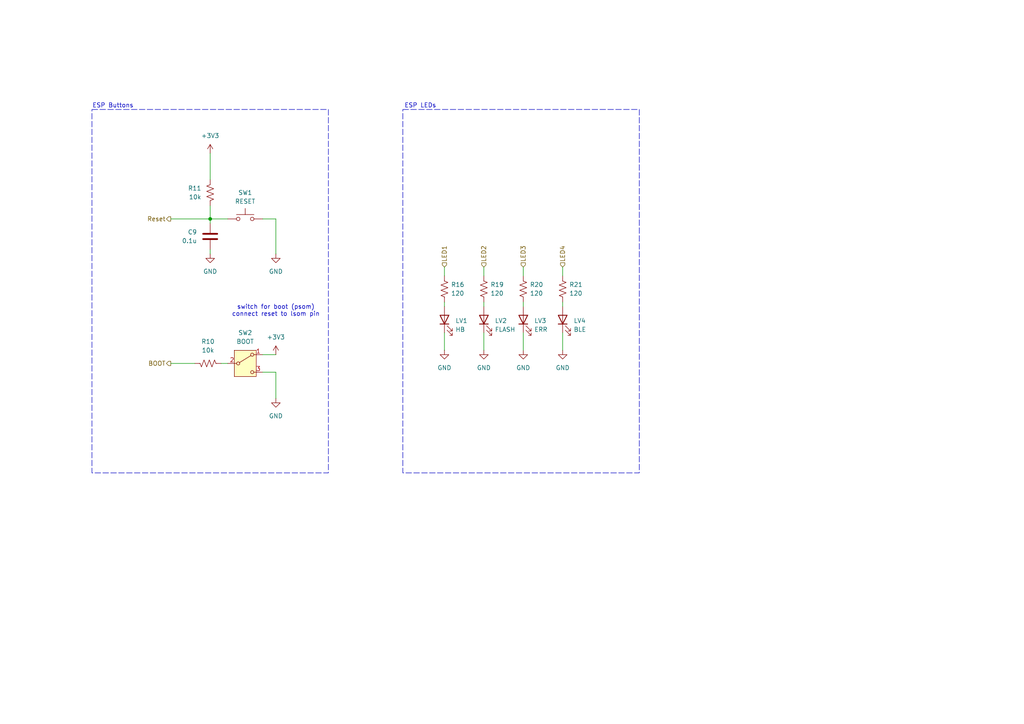
<source format=kicad_sch>
(kicad_sch (version 20250114) (generator "eeschema") (generator_version "9.0")
  (paper "A4")
  (lib_symbols
    (symbol "Device:C" (pin_numbers (hide yes)) (pin_names (offset 0.254))
      (property "Reference" "C" (at 0.635 2.54 0))
      (property "Value" "C" (at 0.635 -2.54 0))
      (symbol "C_0_1"
        (polyline (pts (xy -2.032 0.762) (xy 2.032 0.762)) (stroke (width 0.508)))
        (polyline (pts (xy -2.032 -0.762) (xy 2.032 -0.762)) (stroke (width 0.508)))
      )
      (symbol "C_1_1"
        (pin passive line (at 0 3.81 270) (length 2.794) (name "~") (number "1"))
        (pin passive line (at 0 -3.81 90) (length 2.794) (name "~") (number "2"))
      )
    )
    (symbol "Device:LED" (pin_numbers (hide yes)) (pin_names (offset 1.016) (hide yes))
      (property "Reference" "D" (at 0 2.54 0))
      (property "Value" "LED" (at 0 -2.54 0))
      (symbol "LED_0_1"
        (polyline (pts (xy -3.048 -0.762) (xy -4.572 -2.286) (xy -3.81 -2.286) (xy -4.572 -2.286) (xy -4.572 -1.524)))
        (polyline (pts (xy -1.778 -0.762) (xy -3.302 -2.286) (xy -2.54 -2.286) (xy -3.302 -2.286) (xy -3.302 -1.524)))
        (polyline (pts (xy -1.27 0) (xy 1.27 0)))
        (polyline (pts (xy -1.27 -1.27) (xy -1.27 1.27)) (stroke (width 0.254)))
        (polyline (pts (xy 1.27 -1.27) (xy 1.27 1.27) (xy -1.27 0) (xy 1.27 -1.27)) (stroke (width 0.254)))
      )
      (symbol "LED_1_1"
        (pin passive line (at -3.81 0 0) (length 2.54) (name "K") (number "1"))
        (pin passive line (at 3.81 0 180) (length 2.54) (name "A") (number "2"))
      )
    )
    (symbol "Device:R_US" (pin_numbers (hide yes)) (pin_names (offset 0))
      (property "Reference" "R" (at 2.54 0 90))
      (property "Value" "R_US" (at -2.54 0 90))
      (symbol "R_US_0_1"
        (polyline (pts (xy 0 2.286) (xy 0 2.54)))
        (polyline (pts (xy 0 2.286) (xy 1.016 1.905) (xy 0 1.524) (xy -1.016 1.143) (xy 0 0.762)))
        (polyline (pts (xy 0 0.762) (xy 1.016 0.381) (xy 0 0) (xy -1.016 -0.381) (xy 0 -0.762)))
        (polyline (pts (xy 0 -0.762) (xy 1.016 -1.143) (xy 0 -1.524) (xy -1.016 -1.905) (xy 0 -2.286)))
        (polyline (pts (xy 0 -2.286) (xy 0 -2.54)))
      )
      (symbol "R_US_1_1"
        (pin passive line (at 0 3.81 270) (length 1.27) (name "~") (number "1"))
        (pin passive line (at 0 -3.81 90) (length 1.27) (name "~") (number "2"))
      )
    )
    (symbol "Switch:SW_MEC_5G" (pin_numbers (hide yes)) (pin_names (offset 1.016) (hide yes))
      (property "Reference" "SW" (at 1.27 2.54 0))
      (property "Value" "SW_MEC_5G" (at 0 -1.524 0))
      (symbol "SW_MEC_5G_0_1"
        (circle (center -2.032 0) (radius 0.508))
        (polyline (pts (xy 0 1.27) (xy 0 3.048)))
        (circle (center 2.032 0) (radius 0.508))
        (polyline (pts (xy 2.54 1.27) (xy -2.54 1.27)))
        (pin passive line (at -5.08 0 0) (length 2.54) (name "A") (number "1"))
        (pin passive line (at 5.08 0 180) (length 2.54) (name "B") (number "3"))
      )
      (symbol "SW_MEC_5G_1_1"
        (pin passive line (at -5.08 0 0) (length 2.54) (hide yes) (name "A") (number "2"))
        (pin passive line (at 5.08 0 180) (length 2.54) (hide yes) (name "B") (number "4"))
      )
    )
    (symbol "Switch:SW_SPDT" (pin_names (offset 0) (hide yes))
      (property "Reference" "SW" (at 0 5.08 0))
      (property "Value" "SW_SPDT" (at 0 -5.08 0))
      (symbol "SW_SPDT_0_1"
        (circle (center -2.032 0) (radius 0.4572))
        (polyline (pts (xy -1.651 0.254) (xy 1.651 2.286)))
        (circle (center 2.032 2.54) (radius 0.4572))
        (circle (center 2.032 -2.54) (radius 0.4572))
      )
      (symbol "SW_SPDT_1_1"
        (rectangle (start -3.175 3.81) (end 3.175 -3.81) (fill (type background)))
        (pin passive line (at -5.08 0 0) (length 2.54) (name "B") (number "2"))
        (pin passive line (at 5.08 2.54 180) (length 2.54) (name "A") (number "1"))
        (pin passive line (at 5.08 -2.54 180) (length 2.54) (name "C") (number "3"))
      )
    )
    (symbol "power:+3V3" (power) (pin_numbers (hide yes)) (pin_names (offset 0) (hide yes))
      (property "Value" "+3V3" (at 0 3.556 0))
      (symbol "+3V3_0_1"
        (polyline (pts (xy -0.762 1.27) (xy 0 2.54)))
        (polyline (pts (xy 0 2.54) (xy 0.762 1.27)))
        (polyline (pts (xy 0 0) (xy 0 2.54)))
      )
      (symbol "+3V3_1_1"
        (pin power_in line (at 0 0 90) (length 0) (name "~") (number "1"))
      )
    )
    (symbol "power:GND" (power) (pin_numbers (hide yes)) (pin_names (offset 0) (hide yes))
      (property "Value" "GND" (at 0 -3.81 0))
      (symbol "GND_0_1"
        (polyline (pts (xy 0 0) (xy 0 -1.27) (xy 1.27 -1.27) (xy 0 -2.54) (xy -1.27 -1.27) (xy 0 -1.27)))
      )
      (symbol "GND_1_1"
        (pin power_in line (at 0 0 270) (length 0) (name "~") (number "1"))
      )
    )
  )
  (rectangle (start 26.67 31.75) (end 95.25 137.16) (stroke (width 0) (type dash)))
  (rectangle (start 116.84 31.75) (end 185.42 137.16) (stroke (width 0) (type dash)))
  (text "switch for boot (psom)\nconnect reset to lsom pin" (at 80.01 90.17 0) (effects (font (size 1.27 1.27))))
  (text "ESP Buttons" (at 32.766 30.734 0) (effects (font (size 1.27 1.27))))
  (text "ESP LEDs" (at 121.92 30.734 0) (effects (font (size 1.27 1.27))))
  (junction (at 60.96 63.5))
  (wire (pts (xy 163.195 96.52) (xy 163.195 101.6)))
  (wire (pts (xy 151.765 96.52) (xy 151.765 101.6)))
  (wire (pts (xy 49.53 63.5) (xy 60.96 63.5)))
  (wire (pts (xy 60.96 63.5) (xy 60.96 64.77)))
  (wire (pts (xy 128.905 96.52) (xy 128.905 101.6)))
  (wire (pts (xy 60.96 59.69) (xy 60.96 63.5)))
  (wire (pts (xy 163.195 77.47) (xy 163.195 80.01)))
  (wire (pts (xy 60.96 72.39) (xy 60.96 73.66)))
  (wire (pts (xy 151.765 87.63) (xy 151.765 88.9)))
  (wire (pts (xy 140.335 87.63) (xy 140.335 88.9)))
  (wire (pts (xy 163.195 87.63) (xy 163.195 88.9)))
  (wire (pts (xy 80.01 63.5) (xy 80.01 73.66)))
  (wire (pts (xy 76.2 63.5) (xy 80.01 63.5)))
  (wire (pts (xy 80.01 107.95) (xy 80.01 115.57)))
  (wire (pts (xy 76.2 107.95) (xy 80.01 107.95)))
  (wire (pts (xy 128.905 77.47) (xy 128.905 80.01)))
  (wire (pts (xy 140.335 77.47) (xy 140.335 80.01)))
  (wire (pts (xy 66.04 63.5) (xy 60.96 63.5)))
  (wire (pts (xy 64.135 105.41) (xy 66.04 105.41)))
  (wire (pts (xy 49.53 105.41) (xy 56.515 105.41)))
  (wire (pts (xy 76.2 102.87) (xy 80.01 102.87)))
  (wire (pts (xy 151.765 77.47) (xy 151.765 80.01)))
  (wire (pts (xy 60.96 44.45) (xy 60.96 52.07)))
  (wire (pts (xy 140.335 96.52) (xy 140.335 101.6)))
  (wire (pts (xy 128.905 87.63) (xy 128.905 88.9)))
  (hierarchical_label "LED4" (shape input) (at 163.195 77.47 90))
  (hierarchical_label "BOOT" (shape output) (at 49.53 105.41 180))
  (hierarchical_label "Reset" (shape output) (at 49.53 63.5 180))
  (hierarchical_label "LED3" (shape input) (at 151.765 77.47 90))
  (hierarchical_label "LED1" (shape input) (at 128.905 77.47 90))
  (hierarchical_label "LED2" (shape input) (at 140.335 77.47 90))
  (symbol (lib_id "Switch:SW_SPDT") (at 71.12 105.41 0) (unit 1)
    (property "Reference" "SW2" (at 71.12 96.52 0))
    (property "Value" "BOOT" (at 71.12 99.06 0))
    (property "Footprint" "UTSVT_Special:SW_CJS-1200TA" (effects (hide yes)))
    (property "Description" "Switch, single pole double throw" (effects (hide yes)))
    (property "P/N" "CJS-1200TA" (effects (hide yes)))
    (property "Mouser Part Number" "229-CJS-1200TA" (effects (hide yes)))
  )
  (symbol (lib_id "power:GND") (at 151.765 101.6 0) (unit 1)
    (property "Reference" "#PWR047" (effects (hide yes)))
    (property "Value" "GND" (at 151.765 106.68 0))
    (property "Description" "Power symbol creates a global label with name \"GND\" , ground" (effects (hide yes)))
  )
  (symbol (lib_id "Device:LED") (at 128.905 92.71 90) (unit 1)
    (property "Reference" "LV1" (at 132.08 93.0274 90) (effects (justify right)))
    (property "Value" "HB" (at 132.08 95.5674 90) (effects (justify right)))
    (property "Footprint" "LED_SMD:LED_0603_1608Metric_Pad1.05x0.95mm_HandSolder" (effects (hide yes)))
    (property "Datasheet" "https://www.lcsc.com/datasheet/C7371904.pdf" (effects (hide yes)))
    (property "Description" "Light emitting diode" (effects (hide yes)))
    (property "Sim.Pins" "1=K 2=A" (effects (hide yes)))
    (property "P/N" "XL-1608UBC-06A" (effects (hide yes)))
  )
  (symbol (lib_id "Device:R_US") (at 128.905 83.82 0) (unit 1)
    (property "Reference" "R16" (at 130.81 82.5499 0) (effects (justify left)))
    (property "Value" "120" (at 130.81 85.0899 0) (effects (justify left)))
    (property "Footprint" "Resistor_SMD:R_0603_1608Metric_Pad0.98x0.95mm_HandSolder" (effects (hide yes)))
    (property "Description" "Resistor, US symbol" (effects (hide yes)))
    (property "P/N" "CRCW0603120RFKEC" (effects (hide yes)))
    (property "Mouser Part Number" " 71-CRCW0603120RFKEC" (effects (hide yes)))
  )
  (symbol (lib_id "power:+3V3") (at 60.96 44.45 0) (unit 1)
    (property "Reference" "#PWR039" (effects (hide yes)))
    (property "Value" "+3V3" (at 60.96 39.37 0))
    (property "Description" "Power symbol creates a global label with name \"+3V3\"" (effects (hide yes)))
  )
  (symbol (lib_id "power:GND") (at 163.195 101.6 0) (unit 1)
    (property "Reference" "#PWR048" (effects (hide yes)))
    (property "Value" "GND" (at 163.195 106.68 0))
    (property "Description" "Power symbol creates a global label with name \"GND\" , ground" (effects (hide yes)))
  )
  (symbol (lib_id "Device:C") (at 60.96 68.58 0) (mirror y) (unit 1)
    (property "Reference" "C9" (at 57.15 67.3099 0) (effects (justify left)))
    (property "Value" "0.1u" (at 57.15 69.8499 0) (effects (justify left)))
    (property "Footprint" "Capacitor_SMD:C_0603_1608Metric_Pad1.08x0.95mm_HandSolder" (effects (hide yes)))
    (property "Description" "Unpolarized capacitor" (effects (hide yes)))
    (property "P/N" "HMK107B7104KA-T" (effects (hide yes)))
    (property "Mouser Part Number" "963-HMK107B7104KA-T" (effects (hide yes)))
  )
  (symbol (lib_id "power:GND") (at 60.96 73.66 0) (mirror y) (unit 1)
    (property "Reference" "#PWR040" (effects (hide yes)))
    (property "Value" "GND" (at 60.96 78.74 0))
    (property "Description" "Power symbol creates a global label with name \"GND\" , ground" (effects (hide yes)))
  )
  (symbol (lib_id "Device:R_US") (at 60.96 55.88 0) (mirror y) (unit 1)
    (property "Reference" "R11" (at 58.42 54.6099 0) (effects (justify left)))
    (property "Value" "10k" (at 58.42 57.1499 0) (effects (justify left)))
    (property "Footprint" "Resistor_SMD:R_0603_1608Metric_Pad0.98x0.95mm_HandSolder" (effects (hide yes)))
    (property "Description" "Resistor, US symbol" (effects (hide yes)))
    (property "P/N" "CRCW060310K0FKEI" (effects (hide yes)))
    (property "Mouser Part Number" "71-CRCW060310K0FKEI" (effects (hide yes)))
  )
  (symbol (lib_id "power:+3V3") (at 80.01 102.87 0) (unit 1)
    (property "Reference" "#PWR042" (effects (hide yes)))
    (property "Value" "+3V3" (at 80.01 97.79 0))
    (property "Description" "Power symbol creates a global label with name \"+3V3\"" (effects (hide yes)))
  )
  (symbol (lib_id "Device:R_US") (at 140.335 83.82 0) (unit 1)
    (property "Reference" "R19" (at 142.24 82.5499 0) (effects (justify left)))
    (property "Value" "120" (at 142.24 85.0899 0) (effects (justify left)))
    (property "Footprint" "Resistor_SMD:R_0603_1608Metric_Pad0.98x0.95mm_HandSolder" (effects (hide yes)))
    (property "Description" "Resistor, US symbol" (effects (hide yes)))
    (property "P/N" "CRCW0603120RFKEC" (effects (hide yes)))
    (property "Mouser Part Number" " 71-CRCW0603120RFKEC" (effects (hide yes)))
  )
  (symbol (lib_id "Device:LED") (at 140.335 92.71 90) (unit 1)
    (property "Reference" "LV2" (at 143.51 93.0274 90) (effects (justify right)))
    (property "Value" "FLASH" (at 143.51 95.5674 90) (effects (justify right)))
    (property "Footprint" "LED_SMD:LED_0603_1608Metric_Pad1.05x0.95mm_HandSolder" (effects (hide yes)))
    (property "Datasheet" "https://www.lcsc.com/datasheet/C7371904.pdf" (effects (hide yes)))
    (property "Description" "Light emitting diode" (effects (hide yes)))
    (property "Sim.Pins" "1=K 2=A" (effects (hide yes)))
    (property "P/N" "XL-1608UBC-06A" (effects (hide yes)))
  )
  (symbol (lib_id "power:GND") (at 80.01 73.66 0) (mirror y) (unit 1)
    (property "Reference" "#PWR041" (effects (hide yes)))
    (property "Value" "GND" (at 80.01 78.74 0))
    (property "Description" "Power symbol creates a global label with name \"GND\" , ground" (effects (hide yes)))
  )
  (symbol (lib_id "Device:R_US") (at 151.765 83.82 0) (unit 1)
    (property "Reference" "R20" (at 153.67 82.5499 0) (effects (justify left)))
    (property "Value" "120" (at 153.67 85.0899 0) (effects (justify left)))
    (property "Footprint" "Resistor_SMD:R_0603_1608Metric_Pad0.98x0.95mm_HandSolder" (effects (hide yes)))
    (property "Description" "Resistor, US symbol" (effects (hide yes)))
    (property "P/N" "CRCW0603120RFKEC" (effects (hide yes)))
    (property "Mouser Part Number" " 71-CRCW0603120RFKEC" (effects (hide yes)))
  )
  (symbol (lib_id "power:GND") (at 128.905 101.6 0) (unit 1)
    (property "Reference" "#PWR045" (effects (hide yes)))
    (property "Value" "GND" (at 128.905 106.68 0))
    (property "Description" "Power symbol creates a global label with name \"GND\" , ground" (effects (hide yes)))
  )
  (symbol (lib_id "Device:R_US") (at 163.195 83.82 0) (unit 1)
    (property "Reference" "R21" (at 165.1 82.5499 0) (effects (justify left)))
    (property "Value" "120" (at 165.1 85.0899 0) (effects (justify left)))
    (property "Footprint" "Resistor_SMD:R_0603_1608Metric_Pad0.98x0.95mm_HandSolder" (effects (hide yes)))
    (property "Description" "Resistor, US symbol" (effects (hide yes)))
    (property "P/N" "CRCW0603120RFKEC" (effects (hide yes)))
    (property "Mouser Part Number" " 71-CRCW0603120RFKEC" (effects (hide yes)))
  )
  (symbol (lib_id "Switch:SW_MEC_5G") (at 71.12 63.5 0) (mirror y) (unit 1)
    (property "Reference" "SW1" (at 71.12 55.88 0))
    (property "Value" "RESET" (at 71.12 58.42 0))
    (property "Footprint" "Boot Switch:TL3365AF180QG" (effects (hide yes)))
    (property "Datasheet" "https://configured-product-images.s3.amazonaws.com/Datasheets/TL3365.pdf" (effects (hide yes)))
    (property "Description" "TL3365 Series Tact Switch" (effects (hide yes)))
    (property "P/N" "TL3365AF180QG" (effects (hide yes)))
    (property "Mouser Part Number" "667-EVQ-7Q203W" (effects (hide yes)))
  )
  (symbol (lib_id "Device:LED") (at 163.195 92.71 90) (unit 1)
    (property "Reference" "LV4" (at 166.37 93.0274 90) (effects (justify right)))
    (property "Value" "BLE" (at 166.37 95.5674 90) (effects (justify right)))
    (property "Footprint" "LED_SMD:LED_0603_1608Metric_Pad1.05x0.95mm_HandSolder" (effects (hide yes)))
    (property "Datasheet" "https://www.lcsc.com/datasheet/C7371904.pdf" (effects (hide yes)))
    (property "Description" "Light emitting diode" (effects (hide yes)))
    (property "Sim.Pins" "1=K 2=A" (effects (hide yes)))
    (property "P/N" "XL-1608UBC-06A" (effects (hide yes)))
  )
  (symbol (lib_id "power:GND") (at 80.01 115.57 0) (mirror y) (unit 1)
    (property "Reference" "#PWR043" (effects (hide yes)))
    (property "Value" "GND" (at 80.01 120.65 0))
    (property "Description" "Power symbol creates a global label with name \"GND\" , ground" (effects (hide yes)))
  )
  (symbol (lib_id "Device:LED") (at 151.765 92.71 90) (unit 1)
    (property "Reference" "LV3" (at 154.94 93.0274 90) (effects (justify right)))
    (property "Value" "ERR" (at 154.94 95.5674 90) (effects (justify right)))
    (property "Footprint" "LED_SMD:LED_0603_1608Metric_Pad1.05x0.95mm_HandSolder" (effects (hide yes)))
    (property "Datasheet" "https://www.lcsc.com/datasheet/C7371904.pdf" (effects (hide yes)))
    (property "Description" "Light emitting diode" (effects (hide yes)))
    (property "Sim.Pins" "1=K 2=A" (effects (hide yes)))
    (property "P/N" "XL-1608UBC-06A" (effects (hide yes)))
  )
  (symbol (lib_id "power:GND") (at 140.335 101.6 0) (unit 1)
    (property "Reference" "#PWR046" (effects (hide yes)))
    (property "Value" "GND" (at 140.335 106.68 0))
    (property "Description" "Power symbol creates a global label with name \"GND\" , ground" (effects (hide yes)))
  )
  (symbol (lib_id "Device:R_US") (at 60.325 105.41 90) (mirror x) (unit 1)
    (property "Reference" "R10" (at 60.325 99.06 90))
    (property "Value" "10k" (at 60.325 101.6 90))
    (property "Footprint" "Resistor_SMD:R_0603_1608Metric_Pad0.98x0.95mm_HandSolder" (effects (hide yes)))
    (property "Description" "Resistor, US symbol" (effects (hide yes)))
    (property "P/N" "CRCW060310K0FKEI" (effects (hide yes)))
    (property "Mouser Part Number" "71-CRCW060310K0FKEI" (effects (hide yes)))
  )
)
</source>
